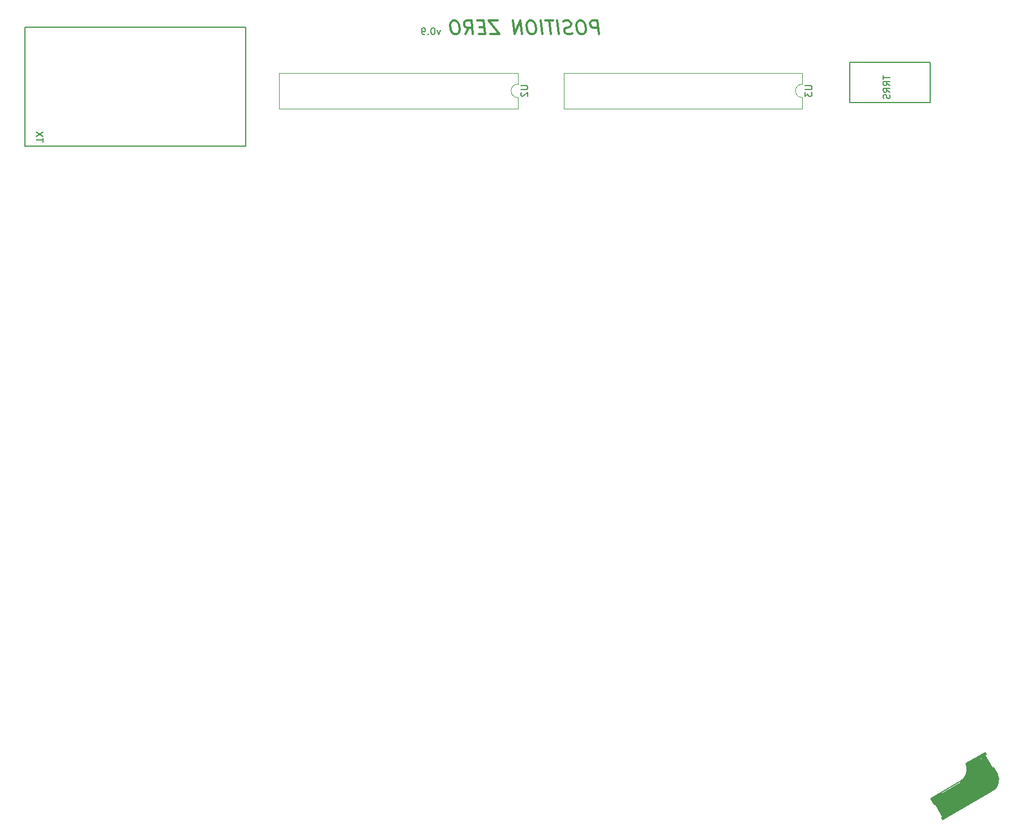
<source format=gbr>
G04 #@! TF.GenerationSoftware,KiCad,Pcbnew,(5.1.2)-1*
G04 #@! TF.CreationDate,2019-11-10T23:35:37+09:00*
G04 #@! TF.ProjectId,pcb2,70636232-2e6b-4696-9361-645f70636258,rev?*
G04 #@! TF.SameCoordinates,Original*
G04 #@! TF.FileFunction,Legend,Bot*
G04 #@! TF.FilePolarity,Positive*
%FSLAX46Y46*%
G04 Gerber Fmt 4.6, Leading zero omitted, Abs format (unit mm)*
G04 Created by KiCad (PCBNEW (5.1.2)-1) date 2019-11-10 23:35:37*
%MOMM*%
%LPD*%
G04 APERTURE LIST*
%ADD10C,0.150000*%
%ADD11C,0.300000*%
%ADD12C,0.400000*%
%ADD13C,0.500000*%
%ADD14C,1.000000*%
%ADD15C,3.500000*%
%ADD16C,3.000000*%
%ADD17C,0.800000*%
%ADD18C,0.120000*%
G04 APERTURE END LIST*
D10*
X255174571Y82764285D02*
X254936476Y82097619D01*
X254698380Y82764285D01*
X254126952Y83097619D02*
X254031714Y83097619D01*
X253936476Y83050000D01*
X253888857Y83002380D01*
X253841238Y82907142D01*
X253793619Y82716666D01*
X253793619Y82478571D01*
X253841238Y82288095D01*
X253888857Y82192857D01*
X253936476Y82145238D01*
X254031714Y82097619D01*
X254126952Y82097619D01*
X254222190Y82145238D01*
X254269809Y82192857D01*
X254317428Y82288095D01*
X254365047Y82478571D01*
X254365047Y82716666D01*
X254317428Y82907142D01*
X254269809Y83002380D01*
X254222190Y83050000D01*
X254126952Y83097619D01*
X253365047Y82192857D02*
X253317428Y82145238D01*
X253365047Y82097619D01*
X253412666Y82145238D01*
X253365047Y82192857D01*
X253365047Y82097619D01*
X252841238Y82097619D02*
X252650761Y82097619D01*
X252555523Y82145238D01*
X252507904Y82192857D01*
X252412666Y82335714D01*
X252365047Y82526190D01*
X252365047Y82907142D01*
X252412666Y83002380D01*
X252460285Y83050000D01*
X252555523Y83097619D01*
X252746000Y83097619D01*
X252841238Y83050000D01*
X252888857Y83002380D01*
X252936476Y82907142D01*
X252936476Y82669047D01*
X252888857Y82573809D01*
X252841238Y82526190D01*
X252746000Y82478571D01*
X252555523Y82478571D01*
X252460285Y82526190D01*
X252412666Y82573809D01*
X252365047Y82669047D01*
D11*
X278915970Y82153238D02*
X278665970Y84153238D01*
X277904065Y84153238D01*
X277725494Y84058000D01*
X277642160Y83962761D01*
X277570732Y83772285D01*
X277606446Y83486571D01*
X277725494Y83296095D01*
X277832636Y83200857D01*
X278035017Y83105619D01*
X278796922Y83105619D01*
X276285017Y84153238D02*
X275904065Y84153238D01*
X275725494Y84058000D01*
X275558827Y83867523D01*
X275511208Y83486571D01*
X275594541Y82819904D01*
X275737398Y82438952D01*
X275951684Y82248476D01*
X276154065Y82153238D01*
X276535017Y82153238D01*
X276713589Y82248476D01*
X276880255Y82438952D01*
X276927875Y82819904D01*
X276844541Y83486571D01*
X276701684Y83867523D01*
X276487398Y84058000D01*
X276285017Y84153238D01*
X274904065Y82248476D02*
X274630255Y82153238D01*
X274154065Y82153238D01*
X273951684Y82248476D01*
X273844541Y82343714D01*
X273725494Y82534190D01*
X273701684Y82724666D01*
X273773113Y82915142D01*
X273856446Y83010380D01*
X274035017Y83105619D01*
X274404065Y83200857D01*
X274582636Y83296095D01*
X274665970Y83391333D01*
X274737398Y83581809D01*
X274713589Y83772285D01*
X274594541Y83962761D01*
X274487398Y84058000D01*
X274285017Y84153238D01*
X273808827Y84153238D01*
X273535017Y84058000D01*
X272915970Y82153238D02*
X272665970Y84153238D01*
X271999303Y84153238D02*
X270856446Y84153238D01*
X271677875Y82153238D02*
X271427875Y84153238D01*
X270439779Y82153238D02*
X270189779Y84153238D01*
X268856446Y84153238D02*
X268475494Y84153238D01*
X268296922Y84058000D01*
X268130255Y83867523D01*
X268082636Y83486571D01*
X268165970Y82819904D01*
X268308827Y82438952D01*
X268523113Y82248476D01*
X268725494Y82153238D01*
X269106446Y82153238D01*
X269285017Y82248476D01*
X269451684Y82438952D01*
X269499303Y82819904D01*
X269415970Y83486571D01*
X269273113Y83867523D01*
X269058827Y84058000D01*
X268856446Y84153238D01*
X267392160Y82153238D02*
X267142160Y84153238D01*
X266249303Y82153238D01*
X265999303Y84153238D01*
X263713589Y84153238D02*
X262380255Y84153238D01*
X263963589Y82153238D01*
X262630255Y82153238D01*
X261737398Y83200857D02*
X261070732Y83200857D01*
X260915970Y82153238D02*
X261868351Y82153238D01*
X261618351Y84153238D01*
X260665970Y84153238D01*
X258915970Y82153238D02*
X259463589Y83105619D01*
X260058827Y82153238D02*
X259808827Y84153238D01*
X259046922Y84153238D01*
X258868351Y84058000D01*
X258785017Y83962761D01*
X258713589Y83772285D01*
X258749303Y83486571D01*
X258868351Y83296095D01*
X258975494Y83200857D01*
X259177875Y83105619D01*
X259939779Y83105619D01*
X257427875Y84153238D02*
X257046922Y84153238D01*
X256868351Y84058000D01*
X256701684Y83867523D01*
X256654065Y83486571D01*
X256737398Y82819904D01*
X256880255Y82438952D01*
X257094541Y82248476D01*
X257296922Y82153238D01*
X257677875Y82153238D01*
X257856446Y82248476D01*
X258023113Y82438952D01*
X258070732Y82819904D01*
X257987398Y83486571D01*
X257844541Y83867523D01*
X257630255Y84058000D01*
X257427875Y84153238D01*
D12*
X329125012Y-32813114D02*
X328775012Y-32206896D01*
X330375012Y-34978178D02*
X331587448Y-34278178D01*
D13*
X336571869Y-25511448D02*
X334233600Y-26861448D01*
D14*
X334358467Y-27045088D02*
G75*
G02X333378344Y-29780101I-2008831J-823238D01*
G01*
D10*
X330126807Y-34948274D02*
X330301807Y-35251383D01*
X338445075Y-28355934D02*
G75*
G02X337576421Y-31051384I-1782052J-913398D01*
G01*
X333812057Y-26898678D02*
G75*
G02X332831934Y-29633691I-2008831J-823238D01*
G01*
X330301807Y-35251383D02*
X337576421Y-31051384D01*
X332831934Y-29633691D02*
X328501807Y-32133691D01*
X336645074Y-25238243D02*
X333804511Y-26878243D01*
X338445074Y-28355934D02*
X337945074Y-27489909D01*
X336645074Y-25238243D02*
X336825074Y-25550012D01*
X336651869Y-25650012D02*
X336825074Y-25550012D01*
X337745888Y-27604909D02*
X336625888Y-25665012D01*
X337945074Y-27489909D02*
X337771869Y-27589909D01*
X330300012Y-34848274D02*
X330126807Y-34948274D01*
X329192333Y-32889717D02*
X330317333Y-34838274D01*
X329001807Y-32999717D02*
X329175012Y-32899717D01*
X328501807Y-32133691D02*
X329001807Y-32999717D01*
D15*
X331133858Y-32692537D02*
X336936228Y-29342537D01*
D14*
X330608025Y-34381767D02*
X329358025Y-32216704D01*
D13*
X328911615Y-32243499D02*
X330124050Y-31543499D01*
D16*
X337146850Y-29567345D02*
X336026850Y-27627448D01*
D17*
X336375459Y-25971256D02*
X337275459Y-27530101D01*
D11*
X337908470Y-27626512D02*
X338358471Y-28405934D01*
D18*
X309305000Y76310000D02*
X309305000Y74660000D01*
X273625000Y76310000D02*
X309305000Y76310000D01*
X273625000Y71010000D02*
X273625000Y76310000D01*
X309305000Y71010000D02*
X273625000Y71010000D01*
X309305000Y72660000D02*
X309305000Y71010000D01*
X309305000Y74660000D02*
G75*
G03X309305000Y72660000I0J-1000000D01*
G01*
X266760000Y76310000D02*
X266760000Y74660000D01*
X231080000Y76310000D02*
X266760000Y76310000D01*
X231080000Y71010000D02*
X231080000Y76310000D01*
X266760000Y71010000D02*
X231080000Y71010000D01*
X266760000Y72660000D02*
X266760000Y71010000D01*
X266760000Y74660000D02*
G75*
G03X266760000Y72660000I0J-1000000D01*
G01*
D10*
X226060000Y65405000D02*
X193040000Y65405000D01*
X226060000Y83185000D02*
X226060000Y65405000D01*
X193040000Y83185000D02*
X226060000Y83185000D01*
X193040000Y65405000D02*
X193040000Y83185000D01*
X316420000Y71930000D02*
X328420000Y71930000D01*
X316420000Y77930000D02*
X316420000Y71930000D01*
X328420000Y77930000D02*
X316420000Y77930000D01*
X328420000Y71930000D02*
X328420000Y77930000D01*
X309757380Y74421904D02*
X310566904Y74421904D01*
X310662142Y74374285D01*
X310709761Y74326666D01*
X310757380Y74231428D01*
X310757380Y74040952D01*
X310709761Y73945714D01*
X310662142Y73898095D01*
X310566904Y73850476D01*
X309757380Y73850476D01*
X309757380Y73469523D02*
X309757380Y72850476D01*
X310138333Y73183809D01*
X310138333Y73040952D01*
X310185952Y72945714D01*
X310233571Y72898095D01*
X310328809Y72850476D01*
X310566904Y72850476D01*
X310662142Y72898095D01*
X310709761Y72945714D01*
X310757380Y73040952D01*
X310757380Y73326666D01*
X310709761Y73421904D01*
X310662142Y73469523D01*
X267212380Y74421904D02*
X268021904Y74421904D01*
X268117142Y74374285D01*
X268164761Y74326666D01*
X268212380Y74231428D01*
X268212380Y74040952D01*
X268164761Y73945714D01*
X268117142Y73898095D01*
X268021904Y73850476D01*
X267212380Y73850476D01*
X267307619Y73421904D02*
X267260000Y73374285D01*
X267212380Y73279047D01*
X267212380Y73040952D01*
X267260000Y72945714D01*
X267307619Y72898095D01*
X267402857Y72850476D01*
X267498095Y72850476D01*
X267640952Y72898095D01*
X268212380Y73469523D01*
X268212380Y72850476D01*
X195721219Y66014695D02*
X195721219Y66586123D01*
X194721219Y66300409D02*
X195721219Y66300409D01*
X195721219Y66824219D02*
X194721219Y67490885D01*
X195721219Y67490885D02*
X194721219Y66824219D01*
X321422380Y75941904D02*
X321422380Y75370476D01*
X322422380Y75656190D02*
X321422380Y75656190D01*
X322422380Y74465714D02*
X321946190Y74799047D01*
X322422380Y75037142D02*
X321422380Y75037142D01*
X321422380Y74656190D01*
X321470000Y74560952D01*
X321517619Y74513333D01*
X321612857Y74465714D01*
X321755714Y74465714D01*
X321850952Y74513333D01*
X321898571Y74560952D01*
X321946190Y74656190D01*
X321946190Y75037142D01*
X322422380Y73465714D02*
X321946190Y73799047D01*
X322422380Y74037142D02*
X321422380Y74037142D01*
X321422380Y73656190D01*
X321470000Y73560952D01*
X321517619Y73513333D01*
X321612857Y73465714D01*
X321755714Y73465714D01*
X321850952Y73513333D01*
X321898571Y73560952D01*
X321946190Y73656190D01*
X321946190Y74037142D01*
X322374761Y73084761D02*
X322422380Y72941904D01*
X322422380Y72703809D01*
X322374761Y72608571D01*
X322327142Y72560952D01*
X322231904Y72513333D01*
X322136666Y72513333D01*
X322041428Y72560952D01*
X321993809Y72608571D01*
X321946190Y72703809D01*
X321898571Y72894285D01*
X321850952Y72989523D01*
X321803333Y73037142D01*
X321708095Y73084761D01*
X321612857Y73084761D01*
X321517619Y73037142D01*
X321470000Y72989523D01*
X321422380Y72894285D01*
X321422380Y72656190D01*
X321470000Y72513333D01*
M02*

</source>
